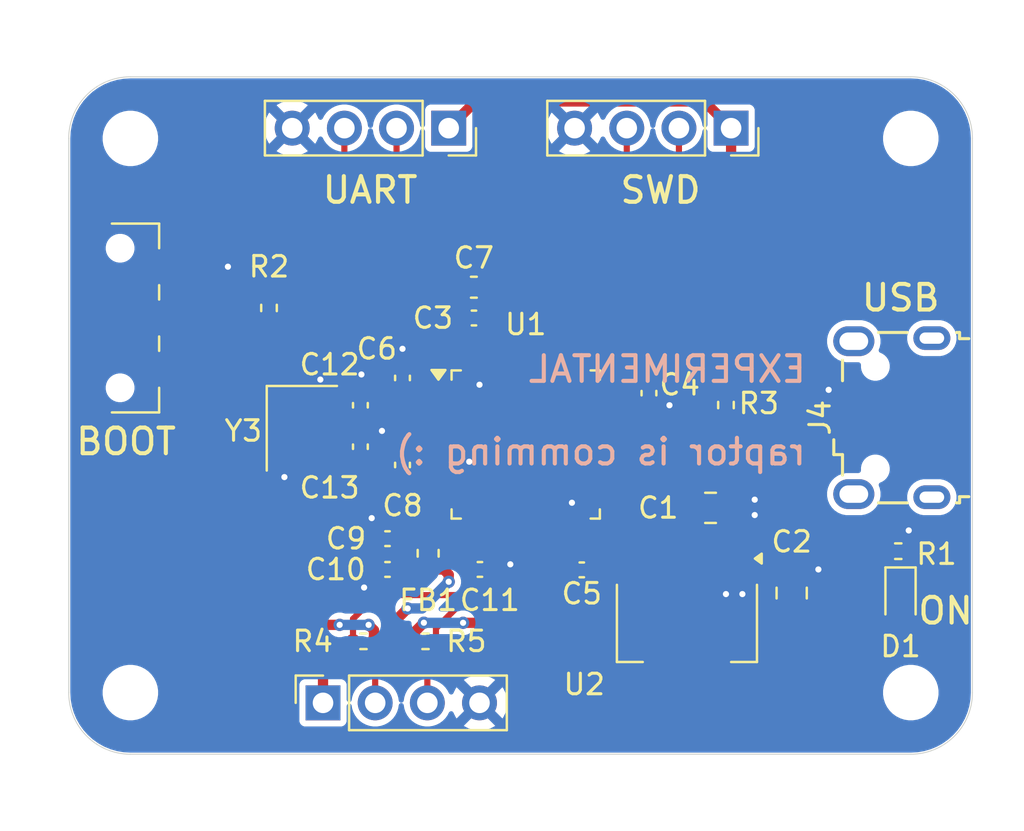
<source format=kicad_pcb>
(kicad_pcb (version 20241229) (generator "pcbnew") (generator_version "9.0")
  (layers (0 "F.Cu" signal) (2 "B.Cu" power) (13 "F.Paste" user) (15 "B.Paste" user) (5 "F.SilkS" user "F.Silkscreen") (7 "B.SilkS" user "B.Silkscreen") (1 "F.Mask" user) (3 "B.Mask" user) (25 "Edge.Cuts" user))
  (net 0 "")
  (net 1 "GND")
  (net 2 "VBUS")
  (net 3 "+3.3V")
  (net 4 "+3.3VA")
  (net 5 "/NRST")
  (net 6 "/HSE_IN")
  (net 7 "/HSE_OUT")
  (net 8 "/PWR_LED_K")
  (net 9 "/SWDIO")
  (net 10 "/SWCLK")
  (net 11 "/USART1_TX")
  (net 12 "/USART1_RX")
  (net 13 "/I2C2_SCL")
  (net 14 "/I2C2_SDA")
  (net 15 "/USB_D+")
  (net 16 "/USB_D-")
  (net 17 "/SW_BOOT0")
  (net 18 "/BOOT0")
  (footprint "Package_TO_SOT_SMD:SOT-223-3_TabPin2" (layer "F.Cu") (at 202.1 96.6 -90)
    (property "Reference" "U2" (at 3 5 180) (layer "F.SilkS"))
    (property "Value" "AMS1117-3.3")
    (fp_line (start -1.85 3.41) (end 1.91 3.41) (stroke (width 0.12)) (layer "F.SilkS"))
    (fp_line (start 1.91 3.41) (end 1.91 2.15) (stroke (width 0.12)) (layer "F.SilkS"))
    (fp_line (start -1.85 -3.41) (end 1.91 -3.41) (stroke (width 0.12)) (layer "F.SilkS"))
    (fp_line (start 1.91 -3.41) (end 1.91 -2.15) (stroke (width 0.12)) (layer "F.SilkS"))
    (fp_poly (pts (xy -3.13 -3.31) (xy -3.37 -3.64) (xy -2.89 -3.64) (xy -3.13 -3.31)) (stroke (width 0.12)) (fill yes) (layer "F.SilkS"))
    (pad "1" smd roundrect (at -3.15 -2.3 270) (size 2 1.5) (layers "F.Cu" "F.Mask" "F.Paste") (net 1 "GND"))
    (pad "2" smd roundrect (at -3.15 0 270) (size 2 1.5) (layers "F.Cu" "F.Mask" "F.Paste") (net 3 "+3.3V"))
    (pad "2" smd roundrect (at 3.15 0 270) (size 2 3.8) (layers "F.Cu" "F.Mask" "F.Paste") (net 3 "+3.3V"))
    (pad "3" smd roundrect (at -3.15 2.3 270) (size 2 1.5) (layers "F.Cu" "F.Mask" "F.Paste") (net 2 "VBUS"))
  )
  (footprint "Button_Switch_SMD:SW_SPDT_CK_JS102011SAQN" (layer "F.Cu") (at 174.5 81.75 -90)
    (property "Reference" "SW1")
    (property "Value" "SW_SPDT")
    (fp_line (start -4.6 0.4) (end -4.6 -1.9) (stroke (width 0.12)) (layer "F.SilkS"))
    (fp_line (start -4.6 -1.9) (end -3.4 -1.9) (stroke (width 0.12)) (layer "F.SilkS"))
    (fp_line (start -0.9 -1.9) (end -1.6 -1.9) (stroke (width 0.12)) (layer "F.SilkS"))
    (fp_line (start 1.6 -1.9) (end 0.9 -1.9) (stroke (width 0.12)) (layer "F.SilkS"))
    (fp_line (start 3.4 -1.9) (end 4.6 -1.9) (stroke (width 0.12)) (layer "F.SilkS"))
    (fp_line (start 4.6 -1.9) (end 4.6 0.4) (stroke (width 0.12)) (layer "F.SilkS"))
    (pad "" np_thru_hole circle (at -3.4 0 270) (size 0.9 0.9) (drill 0.9) (layers "*.Cu" "*.Mask"))
    (pad "" np_thru_hole circle (at 3.4 0 270) (size 0.9 0.9) (drill 0.9) (layers "*.Cu" "*.Mask"))
    (pad "1" smd roundrect (at -2.5 -2.75 270) (size 1.25 2.5) (layers "F.Cu" "F.Mask" "F.Paste") (roundrect_rratio 0.2) (net 1 "GND"))
    (pad "2" smd roundrect (at 0 -2.75 270) (size 1.25 2.5) (layers "F.Cu" "F.Mask" "F.Paste") (roundrect_rratio 0.2) (net 17 "/SW_BOOT0"))
    (pad "3" smd roundrect (at 2.5 -2.75 270) (size 1.25 2.5) (layers "F.Cu" "F.Mask" "F.Paste") (roundrect_rratio 0.2) (net 3 "+3.3V"))
  )
  (footprint "Capacitor_SMD:C_0402_1005Metric" (layer "F.Cu") (at 191.73 81.75)
    (property "Reference" "C3" (at -2 0 0) (layer "F.SilkS"))
    (property "Value" "100n")
    (fp_line (start -0.107836 -0.36) (end 0.107836 -0.36) (stroke (width 0.12)) (layer "F.SilkS"))
    (fp_line (start -0.107836 0.36) (end 0.107836 0.36) (stroke (width 0.12)) (layer "F.SilkS"))
    (pad "1" smd roundrect (at -0.48 0) (size 0.56 0.62) (layers "F.Cu" "F.Mask" "F.Paste") (net 3 "+3.3V"))
    (pad "2" smd roundrect (at 0.48 0) (size 0.56 0.62) (layers "F.Cu" "F.Mask" "F.Paste") (net 1 "GND"))
  )
  (footprint "MountingHole:MountingHole_2.2mm_M2" (layer "F.Cu") (at 175 73)
    (property "Reference" "H1")
    (property "Value" "MountingHole")
    (pad "" np_thru_hole circle (at 0 0) (size 2.2 2.2) (drill 2.2) (layers "*.Cu" "*.Mask"))
  )
  (footprint "Connector_USB:USB_Micro-B_Wuerth_629105150521" (layer "F.Cu") (at 212.075 86.605 90)
    (property "Reference" "J4" (at 0 -3.5 90) (layer "F.SilkS"))
    (property "Value" "USB_B_Micro")
    (fp_line (start -1.075 -2.825) (end -1.8 -2.825) (stroke (width 0.15)) (layer "F.SilkS"))
    (fp_line (start -1.8 -2.825) (end -1.8 -2.4) (stroke (width 0.15)) (layer "F.SilkS"))
    (fp_line (start 1.8 -2.4) (end 2.8 -2.4) (stroke (width 0.15)) (layer "F.SilkS"))
    (fp_line (start -1.8 -2.4) (end -2.8 -2.4) (stroke (width 0.15)) (layer "F.SilkS"))
    (fp_line (start -4.15 -0.65) (end -4.15 0.75) (stroke (width 0.15)) (layer "F.SilkS"))
    (fp_line (start 4.15 0.75) (end 4.15 -0.65) (stroke (width 0.15)) (layer "F.SilkS"))
    (fp_line (start -4.15 3.15) (end -4.15 3.3) (stroke (width 0.15)) (layer "F.SilkS"))
    (fp_line (start 4.15 3.3) (end 4.15 3.15) (stroke (width 0.15)) (layer "F.SilkS"))
    (fp_line (start 3.85 3.3) (end 4.15 3.3) (stroke (width 0.15)) (layer "F.SilkS"))
    (fp_line (start -3.85 3.3) (end -3.85 3.75) (stroke (width 0.15)) (layer "F.SilkS"))
    (fp_line (start -4.15 3.3) (end -3.85 3.3) (stroke (width 0.15)) (layer "F.SilkS"))
    (fp_line (start 3.85 3.75) (end 3.85 3.3) (stroke (width 0.15)) (layer "F.SilkS"))
    (pad "" np_thru_hole oval (at -2.5 -0.8 90) (size 0.8 0.8) (drill 0.8) (layers "*.Cu" "*.Mask"))
    (pad "" np_thru_hole oval (at 2.5 -0.8 90) (size 0.8 0.8) (drill 0.8) (layers "*.Cu" "*.Mask"))
    (pad "1" smd rect (at -1.3 -1.9 90) (size 0.45 1.3) (layers "F.Cu" "F.Mask" "F.Paste") (net 2 "VBUS"))
    (pad "2" smd rect (at -0.65 -1.9 90) (size 0.45 1.3) (layers "F.Cu" "F.Mask" "F.Paste") (net 16 "/USB_D-"))
    (pad "3" smd rect (at 0 -1.9 90) (size 0.45 1.3) (layers "F.Cu" "F.Mask" "F.Paste") (net 15 "/USB_D+"))
    (pad "4" smd rect (at 0.65 -1.9 90) (size 0.45 1.3) (layers "F.Cu" "F.Mask" "F.Paste"))
    (pad "5" smd rect (at 1.3 -1.9 90) (size 0.45 1.3) (layers "F.Cu" "F.Mask" "F.Paste") (net 1 "GND"))
    (pad "6" thru_hole oval (at -3.875 1.95 90) (size 1.15 1.8) (drill oval 0.55 1.2) (property pad_prop_heatsink) (layers "*.Cu" "*.Mask"))
    (pad "6" thru_hole oval (at -3.725 -1.85 90) (size 1.45 2) (drill oval 0.85 1.4) (property pad_prop_heatsink) (layers "*.Cu" "*.Mask"))
    (pad "6" thru_hole oval (at 3.725 -1.85 90) (size 1.45 2) (drill oval 0.85 1.4) (property pad_prop_heatsink) (layers "*.Cu" "*.Mask"))
    (pad "6" thru_hole oval (at 3.875 1.95 90) (size 1.15 1.8) (drill oval 0.55 1.2) (property pad_prop_heatsink) (layers "*.Cu" "*.Mask"))
  )
  (footprint "MountingHole:MountingHole_2.2mm_M2" (layer "F.Cu") (at 213 100)
    (property "Reference" "H4")
    (property "Value" "MountingHole")
    (pad "" np_thru_hole circle (at 0 0) (size 2.2 2.2) (drill 2.2) (layers "*.Cu" "*.Mask"))
  )
  (footprint "Connector_PinSocket_2.54mm:PinSocket_1x04_P2.54mm_Vertical" (layer "F.Cu") (at 184.38 100.5 90)
    (property "Reference" "J3")
    (property "Value" "Conn_01x04_Pin")
    (fp_line (start 1.33 -1.33) (end 1.33 0) (stroke (width 0.12)) (layer "F.SilkS"))
    (fp_line (start 0 -1.33) (end 1.33 -1.33) (stroke (width 0.12)) (layer "F.SilkS"))
    (fp_line (start 1.33 1.27) (end 1.33 8.95) (stroke (width 0.12)) (layer "F.SilkS"))
    (fp_line (start -1.33 1.27) (end 1.33 1.27) (stroke (width 0.12)) (layer "F.SilkS"))
    (fp_line (start -1.33 1.27) (end -1.33 8.95) (stroke (width 0.12)) (layer "F.SilkS"))
    (fp_line (start -1.33 8.95) (end 1.33 8.95) (stroke (width 0.12)) (layer "F.SilkS"))
    (pad "1" thru_hole rect (at 0 0 90) (size 1.7 1.7) (drill 1) (layers "*.Cu" "*.Mask") (net 3 "+3.3V"))
    (pad "2" thru_hole circle (at 0 2.54 90) (size 1.7 1.7) (drill 1) (layers "*.Cu" "*.Mask") (net 13 "/I2C2_SCL"))
    (pad "3" thru_hole circle (at 0 5.08 90) (size 1.7 1.7) (drill 1) (layers "*.Cu" "*.Mask") (net 14 "/I2C2_SDA"))
    (pad "4" thru_hole circle (at 0 7.62 90) (size 1.7 1.7) (drill 1) (layers "*.Cu" "*.Mask") (net 1 "GND"))
  )
  (footprint "Connector_PinSocket_2.54mm:PinSocket_1x04_P2.54mm_Vertical" (layer "F.Cu") (at 190.5 72.5 -90)
    (property "Reference" "J2")
    (property "Value" "Conn_01x04_Pin")
    (fp_line (start -1.33 8.95) (end 1.33 8.95) (stroke (width 0.12)) (layer "F.SilkS"))
    (fp_line (start -1.33 1.27) (end -1.33 8.95) (stroke (width 0.12)) (layer "F.SilkS"))
    (fp_line (start -1.33 1.27) (end 1.33 1.27) (stroke (width 0.12)) (layer "F.SilkS"))
    (fp_line (start 1.33 1.27) (end 1.33 8.95) (stroke (width 0.12)) (layer "F.SilkS"))
    (fp_line (start 0 -1.33) (end 1.33 -1.33) (stroke (width 0.12)) (layer "F.SilkS"))
    (fp_line (start 1.33 -1.33) (end 1.33 0) (stroke (width 0.12)) (layer "F.SilkS"))
    (pad "1" thru_hole rect (at 0 0 270) (size 1.7 1.7) (drill 1) (layers "*.Cu" "*.Mask") (net 3 "+3.3V"))
    (pad "2" thru_hole circle (at 0 2.54 270) (size 1.7 1.7) (drill 1) (layers "*.Cu" "*.Mask") (net 11 "/USART1_TX"))
    (pad "3" thru_hole circle (at 0 5.08 270) (size 1.7 1.7) (drill 1) (layers "*.Cu" "*.Mask") (net 12 "/USART1_RX"))
    (pad "4" thru_hole circle (at 0 7.62 270) (size 1.7 1.7) (drill 1) (layers "*.Cu" "*.Mask") (net 1 "GND"))
  )
  (footprint "Resistor_SMD:R_0402_1005Metric" (layer "F.Cu") (at 186.35 97.5 180)
    (property "Reference" "R4" (at 2.47 0 0) (layer "F.SilkS"))
    (property "Value" "1k5")
    (fp_line (start -0.153641 0.38) (end 0.153641 0.38) (stroke (width 0.12)) (layer "F.SilkS"))
    (fp_line (start -0.153641 -0.38) (end 0.153641 -0.38) (stroke (width 0.12)) (layer "F.SilkS"))
    (pad "1" smd roundrect (at -0.51 0 180) (size 0.54 0.64) (layers "F.Cu" "F.Mask" "F.Paste") (net 3 "+3.3V"))
    (pad "2" smd roundrect (at 0.51 0 180) (size 0.54 0.64) (layers "F.Cu" "F.Mask" "F.Paste") (net 13 "/I2C2_SCL"))
  )
  (footprint "Capacitor_SMD:C_0805_2012Metric" (layer "F.Cu") (at 207.2 95.15 90)
    (property "Reference" "C2" (at 2.5 0 180) (layer "F.SilkS"))
    (property "Value" "22u")
    (fp_line (start -0.261252 -0.735) (end 0.261252 -0.735) (stroke (width 0.12)) (layer "F.SilkS"))
    (fp_line (start -0.261252 0.735) (end 0.261252 0.735) (stroke (width 0.12)) (layer "F.SilkS"))
    (pad "1" smd roundrect (at -0.95 0 90) (size 1 1.45) (layers "F.Cu" "F.Mask" "F.Paste") (net 3 "+3.3V"))
    (pad "2" smd roundrect (at 0.95 0 90) (size 1 1.45) (layers "F.Cu" "F.Mask" "F.Paste") (net 1 "GND"))
  )
  (footprint "MountingHole:MountingHole_2.2mm_M2" (layer "F.Cu") (at 213 73)
    (property "Reference" "H3")
    (property "Value" "MountingHole")
    (pad "" np_thru_hole circle (at 0 0) (size 2.2 2.2) (drill 2.2) (layers "*.Cu" "*.Mask"))
  )
  (footprint "Resistor_SMD:R_0402_1005Metric" (layer "F.Cu") (at 181.75 81.26 90)
    (property "Reference" "R2" (at 2.01 0 180) (layer "F.SilkS"))
    (property "Value" "10k")
    (fp_line (start -0.153641 -0.38) (end 0.153641 -0.38) (stroke (width 0.12)) (layer "F.SilkS"))
    (fp_line (start -0.153641 0.38) (end 0.153641 0.38) (stroke (width 0.12)) (layer "F.SilkS"))
    (pad "1" smd roundrect (at -0.51 0 90) (size 0.54 0.64) (layers "F.Cu" "F.Mask" "F.Paste") (net 17 "/SW_BOOT0"))
    (pad "2" smd roundrect (at 0.51 0 90) (size 0.54 0.64) (layers "F.Cu" "F.Mask" "F.Paste") (net 18 "/BOOT0"))
  )
  (footprint "Inductor_SMD:L_0603_1608Metric" (layer "F.Cu") (at 189.5 93.2125 -90)
    (property "Reference" "FB1" (at 2.2875 0 0) (layer "F.SilkS"))
    (property "Value" "FerriteBead")
    (fp_line (start -0.162779 0.51) (end 0.162779 0.51) (stroke (width 0.12)) (layer "F.SilkS"))
    (fp_line (start -0.162779 -0.51) (end 0.162779 -0.51) (stroke (width 0.12)) (layer "F.SilkS"))
    (pad "1" smd roundrect (at -0.7875 0 270) (size 0.875 0.95) (layers "F.Cu" "F.Mask" "F.Paste") (net 4 "+3.3VA"))
    (pad "2" smd roundrect (at 0.7875 0 270) (size 0.875 0.95) (layers "F.Cu" "F.Mask" "F.Paste") (net 3 "+3.3V"))
  )
  (footprint "Crystal:Crystal_SMD_3225-4Pin_3.2x2.5mm" (layer "F.Cu") (at 183.35 87.12 -90)
    (property "Reference" "Y3" (at 0.13 2.85 0) (layer "F.SilkS"))
    (property "Value" "16MHz")
    (fp_line (start -2.06 1.71) (end 2.06 1.71) (stroke (width 0.12)) (layer "F.SilkS"))
    (fp_line (start -2.06 -1.71) (end -2.06 1.71) (stroke (width 0.12)) (layer "F.SilkS"))
    (pad "1" smd roundrect (at -1.1 0.85 270) (size 1.4 1.2) (layers "F.Cu" "F.Mask" "F.Paste") (roundrect_rratio 0.208333) (net 6 "/HSE_IN"))
    (pad "2" smd roundrect (at 1.1 0.85 270) (size 1.4 1.2) (layers "F.Cu" "F.Mask" "F.Paste") (roundrect_rratio 0.208333) (net 1 "GND"))
    (pad "3" smd roundrect (at 1.1 -0.85 270) (size 1.4 1.2) (layers "F.Cu" "F.Mask" "F.Paste") (roundrect_rratio 0.208333) (net 7 "/HSE_OUT"))
    (pad "4" smd roundrect (at -1.1 -0.85 270) (size 1.4 1.2) (layers "F.Cu" "F.Mask" "F.Paste") (roundrect_rratio 0.208333) (net 1 "GND"))
  )
  (footprint "Capacitor_SMD:C_0402_1005Metric" (layer "F.Cu") (at 186.2 86 90)
    (property "Reference" "C12" (at 1.98 -1.5 180) (layer "F.SilkS"))
    (property "Value" "10p")
    (fp_line (start -0.107836 -0.36) (end 0.107836 -0.36) (stroke (width 0.12)) (layer "F.SilkS"))
    (fp_line (start -0.107836 0.36) (end 0.107836 0.36) (stroke (width 0.12)) (layer "F.SilkS"))
    (pad "1" smd roundrect (at -0.48 0 90) (size 0.56 0.62) (layers "F.Cu" "F.Mask" "F.Paste") (net 6 "/HSE_IN"))
    (pad "2" smd roundrect (at 0.48 0 90) (size 0.56 0.62) (layers "F.Cu" "F.Mask" "F.Paste") (net 1 "GND"))
  )
  (footprint "Resistor_SMD:R_0402_1005Metric" (layer "F.Cu") (at 189.37 97.5)
    (property "Reference" "R5" (at 1.99 0 0) (layer "F.SilkS"))
    (property "Value" "1k5")
    (fp_line (start -0.153641 -0.38) (end 0.153641 -0.38) (stroke (width 0.12)) (layer "F.SilkS"))
    (fp_line (start -0.153641 0.38) (end 0.153641 0.38) (stroke (width 0.12)) (layer "F.SilkS"))
    (pad "1" smd roundrect (at -0.51 0) (size 0.54 0.64) (layers "F.Cu" "F.Mask" "F.Paste") (net 3 "+3.3V"))
    (pad "2" smd roundrect (at 0.51 0) (size 0.54 0.64) (layers "F.Cu" "F.Mask" "F.Paste") (net 14 "/I2C2_SDA"))
  )
  (footprint "Capacitor_SMD:C_0402_1005Metric" (layer "F.Cu") (at 188.25 88.91 90)
    (property "Reference" "C8" (at -1.98 0 180) (layer "F.SilkS"))
    (property "Value" "10n")
    (fp_line (start -0.107836 -0.36) (end 0.107836 -0.36) (stroke (width 0.12)) (layer "F.SilkS"))
    (fp_line (start -0.107836 0.36) (end 0.107836 0.36) (stroke (width 0.12)) (layer "F.SilkS"))
    (pad "1" smd roundrect (at -0.48 0 90) (size 0.56 0.62) (layers "F.Cu" "F.Mask" "F.Paste") (net 4 "+3.3VA"))
    (pad "2" smd roundrect (at 0.48 0 90) (size 0.56 0.62) (layers "F.Cu" "F.Mask" "F.Paste") (net 1 "GND"))
  )
  (footprint "Resistor_SMD:R_0402_1005Metric" (layer "F.Cu") (at 204 85.99 -90)
    (property "Reference" "R3" (at -0.08 -1.6 180) (layer "F.SilkS"))
    (property "Value" "1k5")
    (fp_line (start -0.153641 0.38) (end 0.153641 0.38) (stroke (width 0.12)) (layer "F.SilkS"))
    (fp_line (start -0.153641 -0.38) (end 0.153641 -0.38) (stroke (width 0.12)) (layer "F.SilkS"))
    (pad "1" smd roundrect (at -0.51 0 270) (size 0.54 0.64) (layers "F.Cu" "F.Mask" "F.Paste") (net 3 "+3.3V"))
    (pad "2" smd roundrect (at 0.51 0 270) (size 0.54 0.64) (layers "F.Cu" "F.Mask" "F.Paste") (net 15 "/USB_D+"))
  )
  (footprint "LED_SMD:LED_0603_1608Metric" (layer "F.Cu") (at 212.5 95.3875 -90)
    (property "Reference" "D1" (at 2.3625 0 0) (layer "F.SilkS"))
    (property "Value" "LED")
    (fp_line (start -1.485 0.735) (end 0.8 0.735) (stroke (width 0.12)) (layer "F.SilkS"))
    (fp_line (start -1.485 -0.735) (end -1.485 0.735) (stroke (width 0.12)) (layer "F.SilkS"))
    (fp_line (start 0.8 -0.735) (end -1.485 -0.735) (stroke (width 0.12)) (layer "F.SilkS"))
    (pad "1" smd roundrect (at -0.7875 0 270) (size 0.875 0.95) (layers "F.Cu" "F.Mask" "F.Paste") (net 8 "/PWR_LED_K"))
    (pad "2" smd roundrect (at 0.7875 0 270) (size 0.875 0.95) (layers "F.Cu" "F.Mask" "F.Paste") (net 3 "+3.3V"))
  )
  (footprint "Capacitor_SMD:C_0402_1005Metric" (layer "F.Cu") (at 186.2 88.02 90)
    (property "Reference" "C13" (at -2 -1.5 180) (layer "F.SilkS"))
    (property "Value" "10p")
    (fp_line (start -0.107836 -0.36) (end 0.107836 -0.36) (stroke (width 0.12)) (layer "F.SilkS"))
    (fp_line (start -0.107836 0.36) (end 0.107836 0.36) (stroke (width 0.12)) (layer "F.SilkS"))
    (pad "1" smd roundrect (at -0.48 0 90) (size 0.56 0.62) (layers "F.Cu" "F.Mask" "F.Paste") (net 7 "/HSE_OUT"))
    (pad "2" smd roundrect (at 0.48 0 90) (size 0.56 0.62) (layers "F.Cu" "F.Mask" "F.Paste") (net 1 "GND"))
  )
  (footprint "Capacitor_SMD:C_0402_1005Metric" (layer "F.Cu") (at 187.52 94 180)
    (property "Reference" "C10" (at 2.52 0 0) (layer "F.SilkS"))
    (property "Value" "1u")
    (fp_line (start -0.107836 0.36) (end 0.107836 0.36) (stroke (width 0.12)) (layer "F.SilkS"))
    (fp_line (start -0.107836 -0.36) (end 0.107836 -0.36) (stroke (width 0.12)) (layer "F.SilkS"))
    (pad "1" smd roundrect (at -0.48 0 180) (size 0.56 0.62) (layers "F.Cu" "F.Mask" "F.Paste") (net 3 "+3.3V"))
    (pad "2" smd roundrect (at 0.48 0 180) (size 0.56 0.62) (layers "F.Cu" "F.Mask" "F.Paste") (net 1 "GND"))
  )
  (footprint "MountingHole:MountingHole_2.2mm_M2" (layer "F.Cu") (at 175 100)
    (property "Reference" "H2")
    (property "Value" "MountingHole")
    (pad "" np_thru_hole circle (at 0 0) (size 2.2 2.2) (drill 2.2) (layers "*.Cu" "*.Mask"))
  )
  (footprint "Connector_PinSocket_2.54mm:PinSocket_1x04_P2.54mm_Vertical" (layer "F.Cu") (at 204.25 72.5 -90)
    (property "Reference" "J1")
    (property "Value" "Conn_01x04_Pin")
    (fp_line (start -1.33 8.95) (end 1.33 8.95) (stroke (width 0.12)) (layer "F.SilkS"))
    (fp_line (start -1.33 1.27) (end -1.33 8.95) (stroke (width 0.12)) (layer "F.SilkS"))
    (fp_line (start -1.33 1.27) (end 1.33 1.27) (stroke (width 0.12)) (layer "F.SilkS"))
    (fp_line (start 1.33 1.27) (end 1.33 8.95) (stroke (width 0.12)) (layer "F.SilkS"))
    (fp_line (start 0 -1.33) (end 1.33 -1.33) (stroke (width 0.12)) (layer "F.SilkS"))
    (fp_line (start 1.33 -1.33) (end 1.33 0) (stroke (width 0.12)) (layer "F.SilkS"))
    (pad "1" thru_hole rect (at 0 0 270) (size 1.7 1.7) (drill 1) (layers "*.Cu" "*.Mask") (net 3 "+3.3V"))
    (pad "2" thru_hole circle (at 0 2.54 270) (size 1.7 1.7) (drill 1) (layers "*.Cu" "*.Mask") (net 9 "/SWDIO"))
    (pad "3" thru_hole circle (at 0 5.08 270) (size 1.7 1.7) (drill 1) (layers "*.Cu" "*.Mask") (net 10 "/SWCLK"))
    (pad "4" thru_hole circle (at 0 7.62 270) (size 1.7 1.7) (drill 1) (layers "*.Cu" "*.Mask") (net 1 "GND"))
  )
  (footprint "Capacitor_SMD:C_0402_1005Metric" (layer "F.Cu") (at 196.98 94.02 180)
    (property "Reference" "C5" (at 0 -1.16 0) (layer "F.SilkS"))
    (property "Value" "100n")
    (fp_line (start -0.107836 0.36) (end 0.107836 0.36) (stroke (width 0.12)) (layer "F.SilkS"))
    (fp_line (start -0.107836 -0.36) (end 0.107836 -0.36) (stroke (width 0.12)) (layer "F.SilkS"))
    (pad "1" smd roundrect (at -0.48 0 180) (size 0.56 0.62) (layers "F.Cu" "F.Mask" "F.Paste") (net 3 "+3.3V"))
    (pad "2" smd roundrect (at 0.48 0 180) (size 0.56 0.62) (layers "F.Cu" "F.Mask" "F.Paste") (net 1 "GND"))
  )
  (footprint "Capacitor_SMD:C_0402_1005Metric" (layer "F.Cu") (at 200.25 85.41 -90)
    (property "Reference" "C4" (at -0.41 -1.5 180) (layer "F.SilkS"))
    (property "Value" "100n")
    (fp_line (start -0.107836 0.36) (end 0.107836 0.36) (stroke (width 0.12)) (layer "F.SilkS"))
    (fp_line (start -0.107836 -0.36) (end 0.107836 -0.36) (stroke (width 0.12)) (layer "F.SilkS"))
    (pad "1" smd roundrect (at -0.48 0 270) (size 0.56 0.62) (layers "F.Cu" "F.Mask" "F.Paste") (net 3 "+3.3V"))
    (pad "2" smd roundrect (at 0.48 0 270) (size 0.56 0.62) (layers "F.Cu" "F.Mask" "F.Paste") (net 1 "GND"))
  )
  (footprint "Capacitor_SMD:C_0805_2012Metric" (layer "F.Cu") (at 203.25 91)
    (property "Reference" "C1" (at -2.55 0 0) (layer "F.SilkS"))
    (property "Value" "22u")
    (fp_line (start -0.261252 -0.735) (end 0.261252 -0.735) (stroke (width 0.12)) (layer "F.SilkS"))
    (fp_line (start -0.261252 0.735) (end 0.261252 0.735) (stroke (width 0.12)) (layer "F.SilkS"))
    (pad "1" smd roundrect (at -0.95 0) (size 1 1.45) (layers "F.Cu" "F.Mask" "F.Paste") (net 2 "VBUS"))
    (pad "2" smd roundrect (at 0.95 0) (size 1 1.45) (layers "F.Cu" "F.Mask" "F.Paste") (net 1 "GND"))
  )
  (footprint "Capacitor_SMD:C_0603_1608Metric" (layer "F.Cu") (at 191.725 80.25)
    (property "Reference" "C7" (at 0 -1.43 0) (layer "F.SilkS"))
    (property "Value" "10u")
    (fp_line (start -0.14058 -0.51) (end 0.14058 -0.51) (stroke (width 0.12)) (layer "F.SilkS"))
    (fp_line (start -0.14058 0.51) (end 0.14058 0.51) (stroke (width 0.12)) (layer "F.SilkS"))
    (pad "1" smd roundrect (at -0.775 0) (size 0.9 0.95) (layers "F.Cu" "F.Mask" "F.Paste") (net 3 "+3.3V"))
    (pad "2" smd roundrect (at 0.775 0) (size 0.9 0.95) (layers "F.Cu" "F.Mask" "F.Paste") (net 1 "GND"))
  )
  (footprint "Resistor_SMD:R_0402_1005Metric" (layer "F.Cu") (at 212.39 93.11)
    (property "Reference" "R1" (at 1.86 0.14 0) (layer "F.SilkS"))
    (property "Value" "1k5")
    (fp_line (start -0.153641 -0.38) (end 0.153641 -0.38) (stroke (width 0.12)) (layer "F.SilkS"))
    (fp_line (start -0.153641 0.38) (end 0.153641 0.38) (stroke (width 0.12)) (layer "F.SilkS"))
    (pad "1" smd roundrect (at -0.51 0) (size 0.54 0.64) (layers "F.Cu" "F.Mask" "F.Paste") (net 8 "/PWR_LED_K"))
    (pad "2" smd roundrect (at 0.51 0) (size 0.54 0.64) (layers "F.Cu" "F.Mask" "F.Paste") (net 1 "GND"))
  )
  (footprint "Package_QFP:LQFP-48_7x7mm_P0.5mm" (layer "F.Cu") (at 194.25 87.9125)
    (property "Reference" "U1" (at 0 -5.85 0) (layer "F.SilkS"))
    (property "Value" "STM32F103C8T6")
    (fp_line (start -3.61 -3.61) (end -3.16 -3.61) (stroke (width 0.12)) (layer "F.SilkS"))
    (fp_line (start -3.61 -3.16) (end -3.61 -3.61) (stroke (width 0.12)) (layer "F.SilkS"))
    (fp_line (start -3.61 3.61) (end -3.61 3.16) (stroke (width 0.12)) (layer "F.SilkS"))
    (fp_line (start -3.16 3.61) (end -3.61 3.61) (stroke (width 0.12)) (layer "F.SilkS"))
    (fp_line (start 3.16 -3.61) (end 3.61 -3.61) (stroke (width 0.12)) (layer "F.SilkS"))
    (fp_line (start 3.61 -3.61) (end 3.61 -3.16) (stroke (width 0.12)) (layer "F.SilkS"))
    (fp_line (start 3.61 3.16) (end 3.61 3.61) (stroke (width 0.12)) (layer "F.SilkS"))
    (fp_line (start 3.61 3.61) (end 3.16 3.61) (stroke (width 0.12)) (layer "F.SilkS"))
    (fp_poly (pts (xy -4.25 -3.16) (xy -4.59 -3.63) (xy -3.91 -3.63)) (stroke (width 0.12)) (fill yes) (layer "F.SilkS"))
    (pad "1" smd roundrect (at -4.1625 -2.75) (size 1.475 0.3) (layers "F.Cu" "F.Mask" "F.Paste") (net 3 "+3.3V"))
    (pad "2" smd roundrect (at -4.1625 -2.25) (size 1.475 0.3) (layers "F.Cu" "F.Mask" "F.Paste"))
    (pad "3" smd roundrect (at -4.1625 -1.75) (size 1.475 0.3) (layers "F.Cu" "F.Mask" "F.Paste"))
    (pad "4" smd roundrect (at -4.1625 -1.25) (size 1.475 0.3) (layers "F.Cu" "F.Mask" "F.Paste"))
    (pad "5" smd roundrect (at -4.1625 -0.75) (size 1.475 0.3) (layers "F.Cu" "F.Mask" "F.Paste") (net 6 "/HSE_IN"))
    (pad "6" smd roundrect (at -4.1625 -0.25) (size 1.475 0.3) (layers "F.Cu" "F.Mask" "F.Paste") (net 7 "/HSE_OUT"))
    (pad "7" smd roundrect (at -4.1625 0.25) (size 1.475 0.3) (layers "F.Cu" "F.Mask" "F.Paste") (net 5 "/NRST"))
    (pad "8" smd roundrect (at -4.1625 0.75) (size 1.475 0.3) (layers "F.Cu" "F.Mask" "F.Paste") (net 1 "GND"))
    (pad "9" smd roundrect (at -4.1625 1.25) (size 1.475 0.3) (layers "F.Cu" "F.Mask" "F.Paste") (net 4 "+3.3VA"))
    (pad "10" smd roundrect (at -4.1625 1.75) (size 1.475 0.3) (layers "F.Cu" "F.Mask" "F.Paste"))
    (pad "11" smd roundrect (at -4.1625 2.25) (size 1.475 0.3) (layers "F.Cu" "F.Mask" "F.Paste"))
    (pad "12" smd roundrect (at -4.1625 2.75) (size 1.475 0.3) (layers "F.Cu" "F.Mask" "F.Paste"))
    (pad "13" smd roundrect (at -2.75 4.1625) (size 0.3 1.475) (layers "F.Cu" "F.Mask" "F.Paste"))
    (pad "14" smd roundrect (at -2.25 4.1625) (size 0.3 1.475) (layers "F.Cu" "F.Mask" "F.Paste"))
    (pad "15" smd roundrect (at -1.75 4.1625) (size 0.3 1.475) (layers "F.Cu" "F.Mask" "F.Paste"))
    (pad "16" smd roundrect (at -1.25 4.1625) (size 0.3 1.475) (layers "F.Cu" "F.Mask" "F.Paste"))
    (pad "17" smd roundrect (at -0.75 4.1625) (size 0.3 1.475) (layers "F.Cu" "F.Mask" "F.Paste"))
    (pad "18" smd roundrect (at -0.25 4.1625) (size 0.3 1.475) (layers "F.Cu" "F.Mask" "F.Paste"))
    (pad "19" smd roundrect (at 0.25 4.1625) (size 0.3 1.475) (layers "F.Cu" "F.Mask" "F.Paste"))
    (pad "20" smd roundrect (at 0.75 4.1625) (size 0.3 1.475) (layers "F.Cu" "F.Mask" "F.Paste"))
    (pad "21" smd roundrect (at 1.25 4.1625) (size 0.3 1.475) (layers "F.Cu" "F.Mask" "F.Paste") (net 13 "/I2C2_SCL"))
    (pad "22" smd roundrect (at 1.75 4.1625) (size 0.3 1.475) (layers "F.Cu" "F.Mask" "F.Paste") (net 14 "/I2C2_SDA"))
    (pad "23" smd roundrect (at 2.25 4.1625) (size 0.3 1.475) (layers "F.Cu" "F.Mask" "F.Paste") (net 1 "GND"))
    (pad "24" smd roundrect (at 2.75 4.1625) (size 0.3 1.475) (layers "F.Cu" "F.Mask" "F.Paste") (net 3 "+3.3V"))
    (pad "25" smd roundrect (at 4.1625 2.75) (size 1.475 0.3) (layers "F.Cu" "F.Mask" "F.Paste"))
    (pad "26" smd roundrect (at 4.1625 2.25) (size 1.475 0.3) (layers "F.Cu" "F.Mask" "F.Paste"))
    (pad "27" smd roundrect (at 4.1625 1.75) (size 1.475 0.3) (layers "F.Cu" "F.Mask" "F.Paste"))
    (pad "28" smd roundrect (at 4.1625 1.25) (size 1.475 0.3) (layers "F.Cu" "F.Mask" "F.Paste"))
    (pad "29" smd roundrect (at 4.1625 0.75) (size 1.475 0.3) (layers "F.Cu" "F.Mask" "F.Paste"))
    (pad "30" smd roundrect (at 4.1625 0.25) (size 1.475 0.3) (layers "F.Cu" "F.Mask" "F.Paste"))
    (pad "31" smd roundrect (at 4.1625 -0.25) (size 1.475 0.3) (layers "F.Cu" "F.Mask" "F.Paste"))
    (pad "32" smd roundrect (at 4.1625 -0.75) (size 1.475 0.3) (layers "F.Cu" "F.Mask" "F.Paste") (net 16 "/USB_D-"))
    (pad "33" smd roundrect (at 4.1625 -1.25) (size 1.475 0.3) (layers "F.Cu" "F.Mask" "F.Paste") (net 15 "/USB_D+"))
    (pad "34" smd roundrect (at 4.1625 -1.75) (size 1.475 0.3) (layers "F.Cu" "F.Mask" "F.Paste") (net 9 "/SWDIO"))
    (pad "35" smd roundrect (at 4.1625 -2.25) (size 1.475 0.3) (layers "F.Cu" "F.Mask" "F.Paste") (net 1 "GND"))
    (pad "36" smd roundrect (at 4.1625 -2.75) (size 1.475 0.3) (layers "F.Cu" "F.Mask" "F.Paste") (net 3 "+3.3V"))
    (pad "37" smd roundrect (at 2.75 -4.1625) (size 0.3 1.475) (layers "F.Cu" "F.Mask" "F.Paste") (net 10 "/SWCLK"))
    (pad "38" smd roundrect (at 2.25 -4.1625) (size 0.3 1.475) (layers "F.Cu" "F.Mask" "F.Paste"))
    (pad "39" smd roundrect (at 1.75 -4.1625) (size 0.3 1.475) (layers "F.Cu" "F.Mask" "F.Paste"))
    (pad "40" smd roundrect (at 1.25 -4.1625) (size 0.3 1.475) (layers "F.Cu" "F.Mask" "F.Paste"))
    (pad "41" smd roundrect (at 0.75 -4.1625) (size 0.3 1.475) (layers "F.Cu" "F.Mask" "F.Paste"))
    (pad "42" smd roundrect (at 0.25 -4.1625) (size 0.3 1.475) (layers "F.Cu" "F.Mask" "F.Paste") (net 11 "/USART1_TX"))
    (pad "43" smd roundrect (at -0.25 -4.1625) (size 0.3 1.475) (layers "F.Cu" "F.Mask" "F.Paste") (net 12 "/USART1_RX"))
    (pad "44" smd roundrect (at -0.75 -4.1625) (size 0.3 1.475) (layers "F.Cu" "F.Mask" "F.Paste") (net 18 "/BOOT0"))
    (pad "45" smd roundrect (at -1.25 -4.1625) (size 0.3 1.475) (layers "F.Cu" "F.Mask" "F.Paste"))
    (pad "46" smd roundrect (at -1.75 -4.1625) (size 0.3 1.475) (layers "F.Cu" "F.Mask" "F.Paste"))
    (pad "47" smd roundrect (at -2.25 -4.1625) (size 0.3 1.475) (layers "F.Cu" "F.Mask" "F.Paste") (net 1 "GND"))
    (pad "48" smd roundrect (at -2.75 -4.1625) (size 0.3 1.475) (layers "F.Cu" "F.Mask" "F.Paste") (net 3 "+3.3V"))
  )
  (footprint "Capacitor_SMD:C_0402_1005Metric" (layer "F.Cu") (at 187.52 92.5 180)
    (property "Reference" "C9" (at 2.02 0 0) (layer "F.SilkS"))
    (property "Value" "1u")
    (fp_line (start -0.107836 0.36) (end 0.107836 0.36) (stroke (width 0.12)) (layer "F.SilkS"))
    (fp_line (start -0.107836 -0.36) (end 0.107836 -0.36) (stroke (width 0.12)) (layer "F.SilkS"))
    (pad "1" smd roundrect (at -0.48 0 180) (size 0.56 0.62) (layers "F.Cu" "F.Mask" "F.Paste") (net 4 "+3.3VA"))
    (pad "2" smd roundrect (at 0.48 0 180) (size 0.56 0.62) (layers "F.Cu" "F.Mask" "F.Paste") (net 1 "GND"))
  )
  (footprint "Capacitor_SMD:C_0402_1005Metric" (layer "F.Cu") (at 192.02 94)
    (property "Reference" "C11" (at 0.48 1.5 0) (layer "F.SilkS"))
    (property "Value" "100n")
    (fp_line (start -0.107836 -0.36) (end 0.107836 -0.36) (stroke (width 0.12)) (layer "F.SilkS"))
    (fp_line (start -0.107836 0.36) (end 0.107836 0.36) (stroke (width 0.12)) (layer "F.SilkS"))
    (pad "1" smd roundrect (at -0.48 0) (size 0.56 0.62) (layers "F.Cu" "F.Mask" "F.Paste") (net 5 "/NRST"))
    (pad "2" smd roundrect (at 0.48 0) (size 0.56 0.62) (layers "F.Cu" "F.Mask" "F.Paste") (net 1 "GND"))
  )
  (footprint "Capacitor_SMD:C_0402_1005Metric" (layer "F.Cu") (at 188.25 84.67 90)
    (property "Reference" "C6" (at 1.42 -1.25 180) (layer "F.SilkS"))
    (property "Value" "100n")
    (fp_line (start -0.107836 -0.36) (end 0.107836 -0.36) (stroke (width 0.12)) (layer "F.SilkS"))
    (fp_line (start -0.107836 0.36) (end 0.107836 0.36) (stroke (width 0.12)) (layer "F.SilkS"))
    (pad "1" smd roundrect (at -0.48 0 90) (size 0.56 0.62) (layers "F.Cu" "F.Mask" "F.Paste") (net 3 "+3.3V"))
    (pad "2" smd roundrect (at 0.48 0 90) (size 0.56 0.62) (layers "F.Cu" "F.Mask" "F.Paste") (net 1 "GND"))
  )
  (gr_arc (start 175 103) (mid 172.87868 102.12132) (end 172 100) (stroke (width 0.05)) (layer "Edge.Cuts"))
  (gr_arc (start 213 70) (mid 215.12132 70.87868) (end 216 73) (stroke (width 0.05)) (layer "Edge.Cuts"))
  (gr_line (start 213 70) (end 175 70) (stroke (width 0.05)) (layer "Edge.Cuts"))
  (gr_line (start 216 100) (end 216 73) (stroke (width 0.05)) (layer "Edge.Cuts"))
  (gr_arc (start 172 73) (mid 172.87868 70.87868) (end 175 70) (stroke (width 0.05)) (layer "Edge.Cuts"))
  (gr_line (start 175 103) (end 213 103) (stroke (width 0.05)) (layer "Edge.Cuts"))
  (gr_line (start 172 73) (end 172 100) (stroke (width 0.05)) (layer "Edge.Cuts"))
  (gr_arc (start 216 100) (mid 215.12132 102.12132) (end 213 103) (stroke (width 0.05)) (layer "Edge.Cuts"))
  (gr_text "BOOT" (at 172.25 88.5 0) (layer "F.SilkS") (effects (font (size 1.25 1.25) (thickness 0.2)) (justify left bottom)))
  (gr_text "SWD" (at 198.75 76.25 0) (layer "F.SilkS") (effects (font (size 1.25 1.25) (thickness 0.2)) (justify left bottom)))
  (gr_text "USB" (at 210.5 81.5 0) (layer "F.SilkS") (effects (font (size 1.25 1.25) (thickness 0.2)) (justify left bottom)))
  (gr_text "ON" (at 213.25 96.75 0) (layer "F.SilkS") (effects (font (size 1.25 1.25) (thickness 0.2)) (justify left bottom)))
  (gr_text "UART" (at 184.25 76.25 0) (layer "F.SilkS") (effects (font (size 1.25 1.25) (thickness 0.2)) (justify left bottom)))
  (gr_text "EXPERIMENTAL\n\nraptor is comming :)" (at 208 89 0) (layer "B.SilkS") (effects (font (size 1.25 1.25) (thickness 0.2)) (justify left bottom mirror)))
  (segment (start 212.9 93.11) (end 212.9 92.1) (width 0.5) (layer "F.Cu") (net 1))
  (segment (start 193.25 94) (end 193.5 93.75) (width 0.5) (layer "F.Cu") (net 1))
  (segment (start 186.96 87.54) (end 187.25 87.25) (width 0.5) (layer "F.Cu") (net 1))
  (segment (start 189.012966 88.43) (end 189.245466 88.6625) (width 0.3) (layer "F.Cu") (net 1))
  (segment (start 209.055 85.305) (end 209 85.25) (width 0.3) (layer "F.Cu") (net 1))
  (segment (start 187.04 94) (end 187.04 94.22005) (width 0.5) (layer "F.Cu") (net 1))
  (segment (start 210.175 85.305) (end 209.055 85.305) (width 0.3) (layer "F.Cu") (net 1))
  (segment (start 182.5 88.22) (end 182.5 89.5) (width 0.5) (layer "F.Cu") (net 1))
  (segment (start 196.5 94.02) (end 196.5 92.075) (width 0.3) (layer "F.Cu") (net 1))
  (segment (start 187.04 91.79) (end 186.75 91.5) (width 0.5) (layer "F.Cu") (net 1))
  (segment (start 199.64 85.89) (end 199.4125 85.6625) (width 0.3) (layer "F.Cu") (net 1))
  (segment (start 192.5 94) (end 193.25 94) (width 0.5) (layer "F.Cu") (net 1))
  (segment (start 186.2 84.55) (end 186.25 84.5) (width 0.5) (layer "F.Cu") (net 1))
  (segment (start 189.245466 88.6625) (end 190.0875 88.6625) (width 0.3) (layer "F.Cu") (net 1))
  (segment (start 186.2 87.54) (end 186.96 87.54) (width 0.5) (layer "F.Cu") (net 1))
  (segment (start 191.4125 88.6625) (end 191.5 88.75) (width 0.3) (layer "F.Cu") (net 1))
  (segment (start 186.2 85.52) (end 186.2 84.55) (width 0.5) (layer "F.Cu") (net 1))
  (segment (start 188.25 88.43) (end 189.012966 88.43) (width 0.3) (layer "F.Cu") (net 1))
  (segment (start 192.5 80.25) (end 192.5 81) (width 0.5) (layer "F.Cu") (net 1))
  (segment (start 184.2 84.8) (end 184.25 84.75) (width 0.5) (layer "F.Cu") (net 1))
  (segment (start 192.21 82.54) (end 192 82.75) (width 0.3) (layer "F.Cu") (net 1))
  (segment (start 192.21 81.75) (end 192.21 82.54) (width 0.3) (layer "F.Cu") (net 1))
  (segment (start 200.25 85.89) (end 201.14 85.89) (width 0.5) (layer "F.Cu") (net 1))
  (segment (start 192.5 81) (end 192.21 81.29) (width 0.5) (layer "F.Cu") (net 1))
  (segment (start 199.4125 85.6625) (end 198.4125 85.6625) (width 0.3) (layer "F.Cu") (net 1))
  (segment (start 184.2 86.02) (end 184.2 84.8) (width 0.5) (layer "F.Cu") (net 1))
  (segment (start 187.04 94.22005) (end 186.380025 94.880025) (width 0.5) (layer "F.Cu") (net 1))
  (segment (start 196.63 72.5) (end 196.63 72.62) (width 0.5) (layer "F.Cu") (net 1))
  (segment (start 177.25 79.25) (end 179.75 79.25) (width 0.5) (layer "F.Cu") (net 1))
  (segment (start 192 82.75) (end 192 83.75) (width 0.3) (layer "F.Cu") (net 1))
  (segment (start 187.04 92.5) (end 187.04 91.79) (width 0.5) (layer "F.Cu") (net 1))
  (segment (start 200.25 85.89) (end 199.64 85.89) (width 0.3) (layer "F.Cu") (net 1))
  (segment (start 192.21 81.29) (end 192.21 81.75) (width 0.5) (layer "F.Cu") (net 1))
  (segment (start 192 83.75) (end 192 85) (width 0.3) (layer "F.Cu") (net 1))
  (segment (start 188.25 84.19) (end 188.25 83.25) (width 0.5) (layer "F.Cu") (net 1))
  (segment (start 190.0875 88.6625) (end 191.4125 88.6625) (width 0.3) (layer "F.Cu") (net 1))
  (segment (start 196.5 92.075) (end 196.5 90.75) (width 0.3) (layer "F.Cu") (net 1))
  (segment (start 201.14 85.89) (end 201.25 86) (width 0.5) (layer "F.Cu") (net 1))
  (via (at 204.8 95.2) (size 0.6) (drill 0.3) (layers "F.Cu" "B.Cu") (net 1))
  (via (at 191.5 88.75) (size 0.7) (drill 0.3) (layers "F.Cu" "B.Cu") (net 1))
  (via (at 193.5 93.75) (size 0.7) (drill 0.3) (layers "F.Cu" "B.Cu") (net 1))
  (via (at 179.75 79.25) (size 0.7) (drill 0.3) (layers "F.Cu" "B.Cu") (net 1))
  (via (at 205.4 90.6) (size 0.6) (drill 0.3) (layers "F.Cu" "B.Cu") (net 1))
  (via (at 209 85.25) (size 0.7) (drill 0.3) (layers "F.Cu" "B.Cu") (net 1))
  (via (at 186.380025 94.880025) (size 0.7) (drill 0.3) (layers "F.Cu" "B.Cu") (net 1))
  (via (at 196.5 90.75) (size 0.7) (drill 0.3) (layers "F.Cu" "B.Cu") (net 1))
  (via (at 192 85) (size 0.7) (drill 0.3) (layers "F.Cu" "B.Cu") (net 1))
  (via (at 187.25 87.25) (size 0.7) (drill 0.3) (layers "F.Cu" "B.Cu") (net 1))
  (via (at 208.5 94) (size 0.6) (drill 0.3) (layers "F.Cu" "B.Cu") (net 1))
  (via (at 205.4 91.35) (size 0.6) (drill 0.3) (layers "F.Cu" "B.Cu") (net 1))
  (via (at 182.5 89.5) (size 0.6) (drill 0.3) (layers "F.Cu" "B.Cu") (net 1))
  (via (at 188.25 83.25) (size 0.7) (drill 0.3) (layers "F.Cu" "B.Cu") (net 1))
  (via (at 186.75 91.5) (size 0.7) (drill 0.3) (layers "F.Cu" "B.Cu") (net 1))
  (via (at 186.25 84.5) (size 0.7) (drill 0.3) (layers "F.Cu" "B.Cu") (net 1))
  (via (at 212.9 92.1) (size 0.7) (drill 0.3) (layers "F.Cu" "B.Cu") (net 1))
  (via (at 201.25 86) (size 0.6) (drill 0.3) (layers "F.Cu" "B.Cu") (net 1))
  (via (at 184.25 84.75) (size 0.6) (drill 0.3) (layers "F.Cu" "B.Cu") (net 1))
  (via (at 204 95.2) (size 0.6) (drill 0.3) (layers "F.Cu" "B.Cu") (net 1))
  (segment (start 177 96.7) (end 175.7 95.4) (width 0.5) (layer "F.Cu") (net 3))
  (segment (start 199.3375 85.1625) (end 199.57 84.93) (width 0.3) (layer "F.Cu") (net 3))
  (segment (start 188 97.5) (end 186.86 97.5) (width 0.5) (layer "F.Cu") (net 3))
  (segment (start 189.5 94) (end 188 94) (width 0.5) (layer "F.Cu") (net 3))
  (segment (start 188 97.5) (end 188 96.4) (width 0.5) (layer "F.Cu") (net 3))
  (segment (start 208.75 79.75) (end 211.25 79.75) (width 0.5) (layer "F.Cu") (net 3))
  (segment (start 185.6 82.9) (end 188.25 80.25) (width 0.5) (layer "F.Cu") (net 3))
  (segment (start 188.25 80.25) (end 189.1 80.25) (width 0.5) (layer "F.Cu") (net 3))
  (segment (start 208.75 79.75) (end 204.25 75.25) (width 0.5) (layer "F.Cu") (net 3))
  (segment (start 191.25 82.5) (end 191.5 82.75) (width 0.3) (layer "F.Cu") (net 3))
  (segment (start 212.5 81) (end 212.5 91.25) (width 0.5) (layer "F.Cu") (net 3))
  (segment (start 175.7 90.1) (end 180.1 85.7) (width 0.5) (layer "F.Cu") (net 3))
  (segment (start 197.1 100.7) (end 197.1 97.9) (width 0.5) (layer "F.Cu") (net 3))
  (segment (start 209.8 96.1) (end 212.425 96.1) (width 0.5) (layer "F.Cu") (net 3))
  (segment (start 197.1 97.4) (end 197.46 97.04) (width 0.5) (layer "F.Cu") (net 3))
  (segment (start 190.95 80.95) (end 191.25 81.25) (width 0.5) (layer "F.Cu") (net 3))
  (segment (start 190.95 80.25) (end 190.95 80.95) (width 0.5) (layer "F.Cu") (net 3))
  (segment (start 197.1 97.9) (end 193.9 97.9) (width 0.5) (layer "F.Cu") (net 3))
  (segment (start 202.949 71.199) (end 191.801 71.199) (width 0.5) (layer "F.Cu") (net 3))
  (segment (start 186.86 97.5) (end 186.86 96.96) (width 0.5) (layer "F.Cu") (net 3))
  (segment (start 209.8 93.95) (end 209.8 96.1) (width 0.5) (layer "F.Cu") (net 3))
  (segment (start 204 85.48) (end 205.02 85.48) (width 0.5) (layer "F.Cu") (net 3))
  (segment (start 191.25 81.25) (end 191.25 81.75) (width 0.5) (layer "F.Cu") (net 3))
  (segment (start 189.1 80.9) (end 190.1 81.9) (width 0.5) (layer "F.Cu") (net 3))
  (segment (start 180.1 85.7) (end 180.1 84.1) (width 0.5) (layer "F.Cu") (net 3))
  (segment (start 180.9 82.9) (end 185.6 82.9) (width 0.5) (layer "F.Cu") (net 3))
  (segment (start 193.9 97.9) (end 192.6 96.6) (width 0.5) (layer "F.Cu") (net 3))
  (segment (start 188.86 97.5) (end 188 97.5) (width 0.5) (layer "F.Cu") (net 3))
  (segment (start 197.46 93.46) (end 197 93) (width 0.3) (layer "F.Cu") (net 3))
  (segment (start 190.1 85.0615) (end 190.0875 85.0615) (width 0.5) (layer "F.Cu") (net 3))
  (segment (start 191.5 82.75) (end 191.5 83.75) (width 0.3) (layer "F.Cu") (net 3))
  (segment (start 192.6 96.6) (end 191.2 96.6) (width 0.5) (layer "F.Cu") (net 3))
  (segment (start 198.5 102.1) (end 197.1 100.7) (width 0.5) (layer "F.Cu") (net 3))
  (segment (start 212.5 91.25) (end 209.8 93.95) (width 0.5) (layer "F.Cu") (net 3))
  (segment (start 180.1 83.7) (end 180.9 82.9) (width 0.5) (layer "F.Cu") (net 3))
  (segment (start 190.5 94.25) (end 190.25 94) (width 0.5) (layer "F.Cu") (net 3))
  (segment (start 197 93) (end 197 92.075) (width 0.3) (layer "F.Cu") (net 3))
  (segment (start 175.7 95.4) (end 175.7 90.1) (width 0.5) (layer "F.Cu") (net 3))
  (segment (start 205.02 85.48) (end 208 82.5) (width 0.5) (layer "F.Cu") (net 3))
  (segment (start 191.801 71.199) (end 190.5 72.5) (width 0.5) (layer "F.Cu") (net 3))
  (segment (start 179.95 84.25) (end 177.25 84.25) (width 0.5) (layer "F.Cu") (net 3))
  (segment (start 209.8 96.1) (end 209.8 99) (width 0.5) (layer "F.Cu") (net 3))
  (segment (start 184.38 97.08) (end 184.38 100.5) (width 0.5) (layer "F.Cu") (net 3))
  (segment (start 189.8 80.25) (end 190.95 80.25) (width 0.5) (layer "F.Cu") (net 3))
  (segment (start 197.46 94.02) (end 197.46 93.46) (width 0.3) (layer "F.Cu") (net 3))
  (segment (start 189.290721 96.595681) (end 188.86 97.026402) (width 0.5) (layer "F.Cu") (net 3))
  (segment (start 184 96.7) (end 177 96.7) (width 0.5) (layer "F.Cu") (net 3))
  (segment (start 190.1 81.9) (end 190.1 85.0615) (width 0.5) (layer "F.Cu") (net 3))
  (segment (start 188.86 97.026402) (end 188.86 97.5) (width 0.5) (layer "F.Cu") (net 3))
  (segment (start 188 96.4) (end 188.5 95.9) (width 0.5) (layer "F.Cu") (net 3))
  (segment (start 204.25 75.25) (end 204.25 72.5) (width 0.5) (layer "F.Cu") (net 3))
  (segment (start 185.19 96.7) (end 184 96.7) (width 0.5) (layer "F.Cu") (net 3))
  (segment (start 211.25 79.75) (end 212.5 81) (width 0.5) (layer "F.Cu") (net 3))
  (segment (start 212.425 96.1) (end 212.5 96.175) (width 0.5) (layer "F.Cu") (net 3))
  (segment (start 189.1 80.25) (end 189.8 80.25) (width 0.5) (layer "F.Cu") (net 3))
  (segment (start 190.0875 85.1625) (end 188.2625 85.1625) (width 0.3) (layer "F.Cu") (net 3))
  (segment (start 203.45 84.93) (end 200.25 84.93) (width 0.5) (layer "F.Cu") (net 3))
  (segment (start 197.1 97.9) (end 197.1 97.4) (width 0.5) (layer "F.Cu") (net 3))
  (segment (start 191.25 81.75) (end 191.25 82.5) (width 0.3) (layer "F.Cu") (net 3))
  (segment (start 186.86 96.96) (end 186.6 96.7) (width 0.5) (layer "F.Cu") (net 3))
  (segment (start 204.25 72.5) (end 202.949 71.199) (width 0.5) (layer "F.Cu") (net 3))
  (segment (start 190.25 94) (end 189.5 94) (width 0.5) (layer "F.Cu") (net 3))
  (segment (start 204 85.48) (end 203.45 84.93) (width 0.5) (layer "F.Cu") (net 3))
  (segment (start 184 96.7) (end 184.38 97.08) (width 0.5) (layer "F.Cu") (net 3))
  (segment (start 199.57 84.93) (end 200.25 84.93) (width 0.3) (layer "F.Cu") (net 3))
  (segment (start 209.8 99) (end 206.7 102.1) (width 0.5) (layer "F.Cu") (net 3))
  (segment (start 190.5 94.6) (end 190.5 94.25) (width 0.5) (layer "F.Cu") (net 3))
  (segment (start 197.46 97.04) (end 197.46 94.02) (width 0.5) (layer "F.Cu") (net 3))
  (segment (start 208 82.5) (end 208 80.5) (width 0.5) (layer "F.Cu") (net 3))
  (segment (start 207.2 96.1) (end 209.8 96.1) (width 0.5) (layer "F.Cu") (net 3))
  (segment (start 180.1 84.1) (end 179.95 84.25) (width 0.5) (layer "F.Cu") (net 3))
  (segment (start 180.1 84.1) (end 180.1 83.7) (width 0.5) (layer "F.Cu") (net 3))
  (segment (start 188.2625 85.1625) (end 188.25 85.15) (width 0.3) (layer "F.Cu") (net 3))
  (segment (start 189.1 80.25) (end 189.1 80.9) (width 0.5) (layer "F.Cu") (net 3))
  (segment (start 206.7 102.1) (end 198.5 102.1) (width 0.5) (layer "F.Cu") (net 3))
  (segment (start 198.4125 85.1625) (end 199.3375 85.1625) (width 0.3) (layer "F.Cu") (net 3))
  (segment (start 208 80.5) (end 208.75 79.75) (width 0.5) (layer "F.Cu") (net 3))
  (via (at 191.2 96.6) (size 0.6) (drill 0.3) (layers "F.Cu" "B.Cu") (net 3))
  (via (at 190.5 94.6) (size 0.6) (drill 0.3) (layers "F.Cu" "B.Cu") (net 3))
  (via (at 186.6 96.7) (size 0.6) (drill 0.3) (layers "F.Cu" "B.Cu") (net 3))
  (via (at 185.19 96.7) (size 0.6) (drill 0.3) (layers "F.Cu" "B.Cu") (net 3))
  (via (at 188.5 95.9) (size 0.6) (drill 0.3) (layers "F.Cu" "B.Cu") (net 3))
  (via (at 189.290721 96.595681) (size 0.6) (drill 0.3) (layers "F.Cu" "B.Cu") (net 3))
  (segment (start 191.2 96.6) (end 189.29504 96.6) (width 0.5) (layer "B.Cu") (net 3))
  (segment (start 189.29504 96.6) (end 189.290721 96.595681) (width 0.5) (layer "B.Cu") (net 3))
  (segment (start 189.2 95.9) (end 190.5 94.6) (width 0.5) (layer "B.Cu") (net 3))
  (segment (start 188.5 95.9) (end 189.2 95.9) (width 0.5) (layer "B.Cu") (net 3))
  (segment (start 186.6 96.7) (end 185.19 96.7) (width 0.5) (layer "B.Cu") (net 3))
  (segment (start 189.245466 89.1625) (end 189.017966 89.39) (width 0.3) (layer "F.Cu") (net 4))
  (segment (start 189.425 92.5) (end 189.5 92.425) (width 0.5) (layer "F.Cu") (net 4))
  (segment (start 189.017966 89.39) (end 188.25 89.39) (width 0.3) (layer "F.Cu") (net 4))
  (segment (start 188 91.25) (end 188.25 91) (width 0.5) (layer "F.Cu") (net 4))
  (segment (start 188 92.5) (end 189.425 92.5) (width 0.5) (layer "F.Cu") (net 4))
  (segment (start 188 92.5) (end 188 91.25) (width 0.5) (layer "F.Cu") (net 4))
  (segment (start 190.0875 89.1625) (end 189.245466 89.1625) (width 0.3) (layer "F.Cu") (net 4))
  (segment (start 188.25 91) (end 188.25 89.39) (width 0.5) (layer "F.Cu") (net 4))
  (segment (start 191.099942 94) (end 191.54 94) (width 0.3) (layer "F.Cu") (net 5))
  (segment (start 193 89.232966) (end 190.75 91.482966) (width 0.3) (layer "F.Cu") (net 5))
  (segment (start 193 88) (end 193 89.232966) (width 0.3) (layer "F.Cu") (net 5))
  (segment (start 191.0875 88.1625) (end 191.75 87.5) (width 0.3) (layer "F.Cu") (net 5))
  (segment (start 192.5 87.5) (end 193 88) (width 0.3) (layer "F.Cu") (net 5))
  (segment (start 190.0875 88.1625) (end 191.0875 88.1625) (width 0.3) (layer "F.Cu") (net 5))
  (segment (start 190.75 93.650058) (end 191.099942 94) (width 0.3) (layer "F.Cu") (net 5))
  (segment (start 190.75 91.482966) (end 190.75 93.650058) (width 0.3) (layer "F.Cu") (net 5))
  (segment (start 191.75 87.5) (end 192.5 87.5) (width 0.3) (layer "F.Cu") (net 5))
  (segment (start 190.0875 87.1625) (end 189.1625 87.1625) (width 0.3) (layer "F.Cu") (net 6))
  (segment (start 186.2 86.48) (end 185.609 87.071) (width 0.3) (layer "F.Cu") (net 6))
  (segment (start 188.48 86.48) (end 186.2 86.48) (width 0.3) (layer "F.Cu") (net 6))
  (segment (start 189.1625 87.1625) (end 188.48 86.48) (width 0.3) (layer "F.Cu") (net 6))
  (segment (start 185.609 87.071) (end 183.551 87.071) (width 0.3) (layer "F.Cu") (net 6))
  (segment (start 183.551 87.071) (end 182.5 86.02) (width 0.3) (layer "F.Cu") (net 6))
  (segment (start 187 88.5) (end 186.2 88.5) (width 0.3) (layer "F.Cu") (net 7))
  (segment (start 187.8375 87.6625) (end 187 88.5) (width 0.3) (layer "F.Cu") (net 7))
  (segment (start 190.0875 87.6625) (end 187.8375 87.6625) (width 0.3) (layer "F.Cu") (net 7))
  (segment (start 185.22 88.22) (end 185.5 88.5) (width 0.3) (layer "F.Cu") (net 7))
  (segment (start 184.2 88.22) (end 185.22 88.22) (width 0.3) (layer "F.Cu") (net 7))
  (segment (start 185.5 88.5) (end 186.2 88.5) (width 0.3) (layer "F.Cu") (net 7))
  (segment (start 212.5 94.6) (end 211.88 93.98) (width 0.5) (layer "F.Cu") (net 8))
  (segment (start 211.88 93.98) (end 211.88 93.11) (width 0.5) (layer "F.Cu") (net 8))
  (segment (start 197.25 84.982966) (end 201.71 80.522966) (width 0.3) (layer "F.Cu") (net 9))
  (segment (start 201.71 80.522966) (end 201.71 72.5) (width 0.3) (layer "F.Cu") (net 9))
  (segment (start 197.25 86) (end 197.25 84.982966) (width 0.3) (layer "F.Cu") (net 9))
  (segment (start 198.4125 86.1625) (end 197.4125 86.1625) (width 0.3) (layer "F.Cu") (net 9))
  (segment (start 197.4125 86.1625) (end 197.25 86) (width 0.3) (layer "F.Cu") (net 9))
  (segment (start 199.17 72.5) (end 199.17 80.08) (width 0.3) (layer "F.Cu") (net 10))
  (segment (start 199.17 80.08) (end 197 82.25) (width 0.3) (layer "F.Cu") (net 10))
  (segment (start 197 82.25) (end 197 83.75) (width 0.3) (layer "F.Cu") (net 10))
  (segment (start 194.5 83.75) (end 194.5 82) (width 0.3) (layer "F.Cu") (net 11))
  (segment (start 188.75 75) (end 187.96 74.21) (width 0.3) (layer "F.Cu") (net 11))
  (segment (start 196.25 75) (end 188.75 75) (width 0.3) (layer "F.Cu") (net 11))
  (segment (start 197.25 79.25) (end 197.25 76) (width 0.3) (layer "F.Cu") (net 11))
  (segment (start 187.96 74.21) (end 187.96 72.5) (width 0.3) (layer "F.Cu") (net 11))
  (segment (start 194.5 82) (end 197.25 79.25) (width 0.3) (layer "F.Cu") (net 11))
  (segment (start 197.25 76) (end 196.25 75) (width 0.3) (layer "F.Cu") (net 11))
  (segment (start 185.42 72.5) (end 185.42 74.17) (width 0.3) (layer "F.Cu") (net 12))
  (segment (start 195.25 76.75) (end 195.25 80) (width 0.3) (layer "F.Cu") (net 12))
  (segment (start 194.25 75.75) (end 195.25 76.75) (width 0.3) (layer "F.Cu") (net 12))
  (segment (start 195.25 80) (end 194 81.25) (width 0.3) (layer "F.Cu") (net 12))
  (segment (start 194 81.25) (end 194 83.75) (width 0.3) (layer "F.Cu") (net 12))
  (segment (start 185.42 74.17) (end 187 75.75) (width 0.3) (layer "F.Cu") (net 12))
  (segment (start 187 75.75) (end 194.25 75.75) (width 0.3) (layer "F.Cu") (net 12))
  (segment (start 195.5 92.075) (end 195.5 93) (width 0.3) (layer "F.Cu") (net 13))
  (segment (start 185.84 96.41) (end 185.84 97.5) (width 0.3) (layer "F.Cu") (net 13))
  (segment (start 187 95.25) (end 185.84 96.41) (width 0.3) (layer "F.Cu") (net 13))
  (segment (start 193.25 95.25) (end 187 95.25) (width 0.3) (layer "F.Cu") (net 13))
  (segment (start 185.84 98.09) (end 185.84 97.5) (width 0.3) (layer "F.Cu") (net 13))
  (segment (start 195.5 93) (end 193.25 95.25) (width 0.3) (layer "F.Cu") (net 13))
  (segment (start 186.92 99.17) (end 185.84 98.09) (width 0.3) (layer "F.Cu") (net 13))
  (segment (start 186.92 100.5) (end 186.92 99.17) (width 0.3) (layer "F.Cu") (net 13))
  (segment (start 189.46 98.79) (end 189.88 98.37) (width 0.3) (layer "F.Cu") (net 14))
  (segment (start 189.88 98.37) (end 189.88 97.5) (width 0.3) (layer "F.Cu") (net 14))
  (segment (start 196 92.075) (end 196 93.25) (width 0.3) (layer "F.Cu") (net 14))
  (segment (start 193.5 95.75) (end 191 95.75) (width 0.3) (layer "F.Cu") (net 14))
  (segment (start 191 95.75) (end 189.88 96.87) (width 0.3) (layer "F.Cu") (net 14))
  (segment (start 196 93.25) (end 193.5 95.75) (width 0.3) (layer "F.Cu") (net 14))
  (segment (start 189.46 100.5) (end 189.46 98.79) (width 0.3) (layer "F.Cu") (net 14))
  (segment (start 189.88 96.87) (end 189.88 97.5) (width 0.3) (layer "F.Cu") (net 14))
  (segment (start 198.4125 86.6625) (end 199.518751 86.6625) (width 0.2) (layer "F.Cu") (net 15))
  (segment (start 207.969706 86.705) (end 209.099999 86.705) (width 0.2) (layer "F.Cu") (net 15))
  (segment (start 209.099999 86.705) (end 209.199999 86.605) (width 0.2) (layer "F.Cu") (net 15))
  (segment (start 209.199999 86.605) (end 210.175 86.605) (width 0.2) (layer "F.Cu") (net 15))
  (segment (start 199.518751 86.6625) (end 199.543751 86.6875) (width 0.2) (layer "F.Cu") (net 15))
  (segment (start 207.952206 86.6875) (end 207.969706 86.705) (width 0.2) (layer "F.Cu") (net 15))
  (segment (start 199.543751 86.6875) (end 207.952206 86.6875) (width 0.2) (layer "F.Cu") (net 15))
  (segment (start 198.4125 87.1625) (end 199.518751 87.1625) (width 0.2) (layer "F.Cu") (net 16))
  (segment (start 199.518751 87.1625) (end 199.543751 87.1375) (width 0.2) (layer "F.Cu") (net 16))
  (segment (start 207.7975 87.155) (end 209.099999 87.155) (width 0.2) (layer "F.Cu") (net 16))
  (segment (start 209.199999 87.255) (end 210.175 87.255) (width 0.2) (layer "F.Cu") (net 16))
  (segment (start 209.099999 87.155) (end 209.199999 87.255) (width 0.2) (layer "F.Cu") (net 16))
  (segment (start 207.78 87.1375) (end 207.7975 87.155) (width 0.2) (layer "F.Cu") (net 16))
  (segment (start 199.543751 87.1375) (end 207.78 87.1375) (width 0.2) (layer "F.Cu") (net 16))
  (segment (start 177.27 81.77) (end 177.25 81.75) (width 0.3) (layer "F.Cu") (net 17))
  (segment (start 181.75 81.77) (end 177.27 81.77) (width 0.3) (layer "F.Cu") (net 17))
  (segment (start 182.5 76.75) (end 181.75 77.5) (width 0.3) (layer "F.Cu") (net 18))
  (segment (start 181.75 77.5) (end 181.75 80.75) (width 0.3) (layer "F.Cu") (net 18))
  (segment (start 193.5 77.5) (end 192.75 76.75) (width 0.3) (layer "F.Cu") (net 18))
  (segment (start 193.5 83.75) (end 193.5 77.5) (width 0.3) (layer "F.Cu") (net 18))
  (segment (start 192.75 76.75) (end 182.5 76.75) (width 0.3) (layer "F.Cu") (net 18))
  (zone (net 3) (net_name "+3.3V") (layer "F.Cu") (priority 3) (connect_pads yes (clearance 0.3)) (min_thickness 0.25) (fill yes (thermal_gap 0.5) (thermal_bridge_width 0.5))
    (polygon (pts (xy 201.1 92.6) (xy 201.4 92.3) (xy 202.8 92.3) (xy 203.1 92.6) (xy 203.1 95.7) (xy 203.5 96.2) (xy 205.2 96.2) (xy 206.1 95.4) (xy 208 95.4) (xy 208.4 95.8) (xy 208.4 96.5) (xy 208 96.9) (xy 205.3 96.9) (xy 204.6 97.4) (xy 204.6 100.6) (xy 204 101) (xy 200 101) (xy 199.5 100.6) (xy 199.5 96.8) (xy 201.1 95.7)))
  )
  (zone (net 1) (net_name "GND") (layer "F.Cu") (priority 1) (connect_pads yes (clearance 0.3)) (min_thickness 0.25) (fill yes (thermal_gap 0.5) (thermal_bridge_width 0.5))
    (polygon (pts (xy 203.5 90.4) (xy 203.8 90.1) (xy 205.75 90.1) (xy 206 90.4) (xy 206 92) (xy 205.3 92.4) (xy 205.3 93.2) (xy 205.5 93.4) (xy 208.6 93.4) (xy 208.9 93.7) (xy 208.9 94.5) (xy 208.6 94.8) (xy 205.7 94.8) (xy 205.3 95.1) (xy 205.3 95.6) (xy 205 95.9) (xy 203.8 95.9) (xy 203.5 95.6)))
  )
  (zone (net 2) (net_name "VBUS") (layer "F.Cu") (priority 2) (connect_pads yes (clearance 0.3)) (min_thickness 0.25) (fill yes (thermal_gap 0.5) (thermal_bridge_width 0.5))
    (polygon (pts (xy 200.3 94.7) (xy 200.8 94.3) (xy 200.8 92.4) (xy 201.2 92) (xy 202.9 92) (xy 203.2 91.7) (xy 203.25 89.7) (xy 204.8 88.3) (xy 210.8 88.3) (xy 211 88.1) (xy 211 87.9) (xy 210.8 87.7) (xy 203.25 87.7) (xy 200.5 89.7) (xy 200.5 91) (xy 200.1 91.4) (xy 199.2 91.4) (xy 198.8 91.7) (xy 198.8 94.3) (xy 199.2 94.7)))
  )
  (zone (net 1) (net_name "GND") (layer "B.Cu") (connect_pads (clearance 0.3)) (min_thickness 0.25) (fill yes (thermal_gap 0.5) (thermal_bridge_width 0.5))
    (polygon (pts (xy 172 70) (xy 216 70) (xy 216 103) (xy 172 103)))
  )
)
</source>
